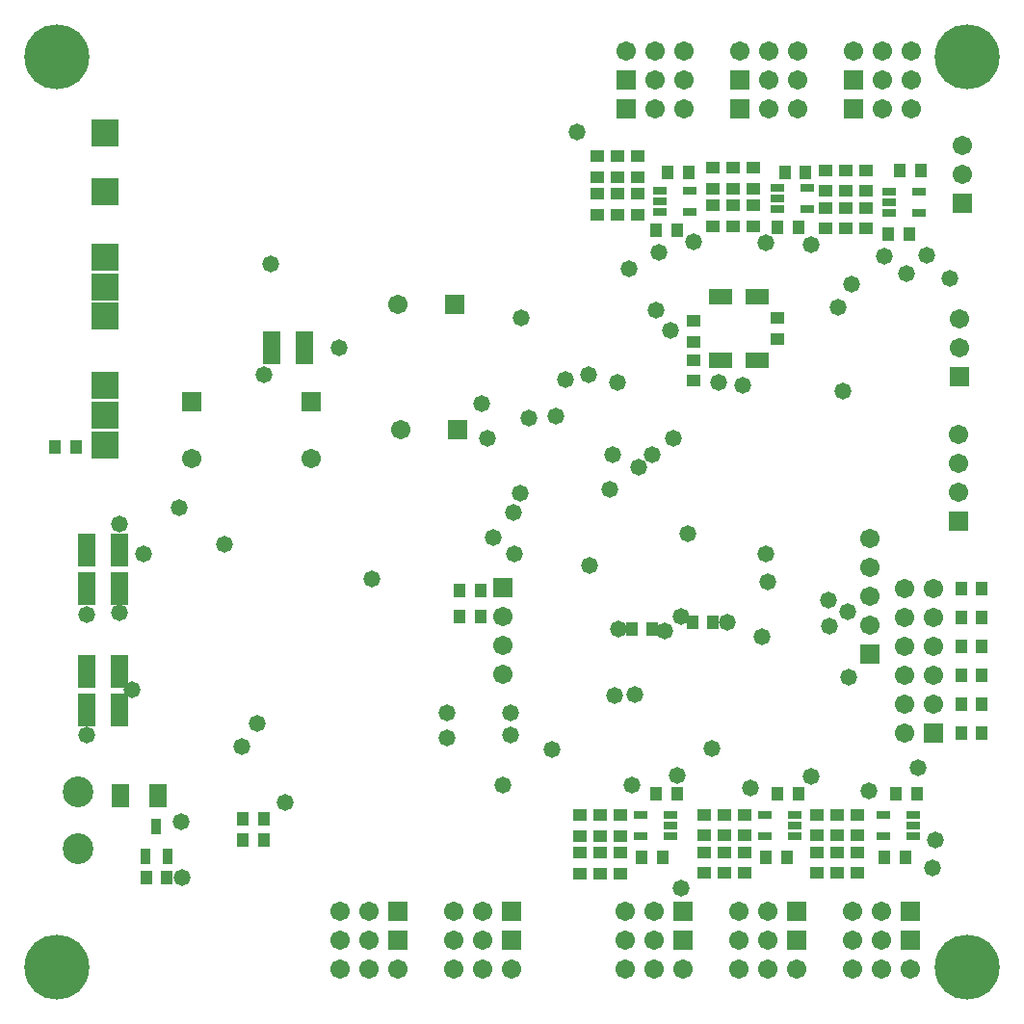
<source format=gbs>
%FSLAX25Y25*%
%MOIN*%
G70*
G01*
G75*
G04 Layer_Color=16711935*
%ADD10R,0.03740X0.03150*%
%ADD11C,0.02500*%
%ADD12R,0.03150X0.03740*%
%ADD13R,0.18000X0.12598*%
%ADD14R,0.05118X0.02756*%
%ADD15R,0.02559X0.04724*%
%ADD16O,0.09449X0.02362*%
%ADD17R,0.09449X0.02362*%
%ADD18R,0.28740X0.10433*%
%ADD19R,0.04921X0.06299*%
%ADD20R,0.05500X0.07600*%
%ADD21R,0.05118X0.10630*%
%ADD22R,0.06299X0.06299*%
%ADD23R,0.04724X0.02559*%
%ADD24R,0.15748X0.21654*%
%ADD25R,0.06299X0.04921*%
%ADD26R,0.10000X0.07000*%
%ADD27R,0.06299X0.06299*%
%ADD28R,0.05906X0.01300*%
%ADD29R,0.01300X0.05906*%
%ADD30R,0.10039X0.12992*%
%ADD31R,0.10039X0.03740*%
%ADD32R,0.09000X0.22000*%
%ADD33O,0.02362X0.08661*%
%ADD34R,0.02362X0.08661*%
%ADD35C,0.01000*%
%ADD36C,0.02000*%
%ADD37C,0.03000*%
%ADD38C,0.06000*%
%ADD39C,0.05906*%
%ADD40R,0.05906X0.05906*%
%ADD41C,0.09843*%
%ADD42R,0.08400X0.08400*%
%ADD43R,0.05906X0.05906*%
%ADD44C,0.21654*%
%ADD45C,0.05000*%
%ADD46R,0.07500X0.05000*%
%ADD47R,0.04724X0.02165*%
%ADD48C,0.00787*%
%ADD49C,0.00984*%
%ADD50C,0.00800*%
%ADD51C,0.00394*%
%ADD52C,0.00591*%
%ADD53R,0.04540X0.03950*%
%ADD54C,0.03300*%
%ADD55R,0.03950X0.04540*%
%ADD56R,0.18800X0.13398*%
%ADD57R,0.05918X0.03556*%
%ADD58R,0.03359X0.05524*%
%ADD59O,0.10249X0.03162*%
%ADD60R,0.10249X0.03162*%
%ADD61R,0.29540X0.11233*%
%ADD62R,0.05721X0.07099*%
%ADD63R,0.06300X0.08400*%
%ADD64R,0.05918X0.11430*%
%ADD65R,0.07099X0.07099*%
%ADD66R,0.05524X0.03359*%
%ADD67R,0.16548X0.22453*%
%ADD68R,0.07099X0.05721*%
%ADD69R,0.10800X0.07800*%
%ADD70R,0.07099X0.07099*%
%ADD71R,0.06506X0.01900*%
%ADD72R,0.01900X0.06506*%
%ADD73R,0.10839X0.13792*%
%ADD74R,0.10839X0.04540*%
%ADD75R,0.09800X0.22800*%
%ADD76O,0.03162X0.09461*%
%ADD77R,0.03162X0.09461*%
%ADD78C,0.06706*%
%ADD79R,0.06706X0.06706*%
%ADD80C,0.10642*%
%ADD81R,0.09200X0.09200*%
%ADD82R,0.06706X0.06706*%
%ADD83C,0.22453*%
%ADD84C,0.05800*%
%ADD85R,0.08300X0.05800*%
%ADD86R,0.05118X0.02559*%
D53*
X-94500Y698543D02*
D03*
Y691457D02*
D03*
Y677957D02*
D03*
Y685043D02*
D03*
X-65500Y699543D02*
D03*
Y692457D02*
D03*
X-134000Y520476D02*
D03*
Y527563D02*
D03*
Y507476D02*
D03*
Y514563D02*
D03*
X-127000Y520476D02*
D03*
Y527563D02*
D03*
Y507476D02*
D03*
Y514563D02*
D03*
X-120000Y507476D02*
D03*
Y514563D02*
D03*
Y520476D02*
D03*
Y527563D02*
D03*
X-38110Y520563D02*
D03*
Y527650D02*
D03*
X-52110Y520563D02*
D03*
Y527650D02*
D03*
X-38110Y507563D02*
D03*
Y514650D02*
D03*
X-45110Y520563D02*
D03*
Y527650D02*
D03*
Y507563D02*
D03*
Y514650D02*
D03*
X-52110Y507563D02*
D03*
Y514650D02*
D03*
X-77110Y520563D02*
D03*
Y527650D02*
D03*
Y507563D02*
D03*
Y514650D02*
D03*
X-91110Y520563D02*
D03*
Y527650D02*
D03*
X-84110Y520563D02*
D03*
Y527650D02*
D03*
X-91110Y507563D02*
D03*
Y514650D02*
D03*
X-84110Y507563D02*
D03*
Y514650D02*
D03*
X-49110Y737650D02*
D03*
Y730563D02*
D03*
X-42110Y737650D02*
D03*
Y730563D02*
D03*
X-35110Y750650D02*
D03*
Y743563D02*
D03*
X-49110Y750650D02*
D03*
Y743563D02*
D03*
X-42110Y750650D02*
D03*
Y743563D02*
D03*
X-35110Y737650D02*
D03*
Y730563D02*
D03*
X-121000Y742563D02*
D03*
Y735476D02*
D03*
X-128000Y742563D02*
D03*
Y735476D02*
D03*
X-114000Y755563D02*
D03*
Y748476D02*
D03*
X-121000Y755563D02*
D03*
Y748476D02*
D03*
X-128000Y755563D02*
D03*
Y748476D02*
D03*
X-114000Y742563D02*
D03*
Y735476D02*
D03*
X-81000Y751563D02*
D03*
Y744476D02*
D03*
X-88000Y751563D02*
D03*
Y744476D02*
D03*
X-74000Y738563D02*
D03*
Y731476D02*
D03*
X-81000Y738563D02*
D03*
Y731476D02*
D03*
X-88000Y738563D02*
D03*
Y731476D02*
D03*
X-74000Y751563D02*
D03*
Y744476D02*
D03*
D55*
X-95043Y594500D02*
D03*
X-87957D02*
D03*
X-116043Y592000D02*
D03*
X-108957D02*
D03*
X-168457Y605500D02*
D03*
X-175543D02*
D03*
X-168457Y596500D02*
D03*
X-175543D02*
D03*
X-2043Y606000D02*
D03*
X5043D02*
D03*
X-2087Y566000D02*
D03*
X5000D02*
D03*
X-2087Y576000D02*
D03*
X5000D02*
D03*
X-2087Y586000D02*
D03*
X5000D02*
D03*
X-2087Y596000D02*
D03*
X5000D02*
D03*
X-2087Y556000D02*
D03*
X5000D02*
D03*
X-243457Y519000D02*
D03*
X-250543D02*
D03*
X-250543Y526500D02*
D03*
X-243457D02*
D03*
X-276957Y506000D02*
D03*
X-284043D02*
D03*
X-308457Y655000D02*
D03*
X-315543D02*
D03*
X-100457Y535020D02*
D03*
X-107543D02*
D03*
X-112543Y513020D02*
D03*
X-105457D02*
D03*
X-17457Y535020D02*
D03*
X-24543D02*
D03*
X-21457Y513020D02*
D03*
X-28543D02*
D03*
X-69543D02*
D03*
X-62457D02*
D03*
X-58457Y535020D02*
D03*
X-65543D02*
D03*
X-16067Y750606D02*
D03*
X-23154D02*
D03*
X-27154Y728606D02*
D03*
X-20067D02*
D03*
X-96457Y750020D02*
D03*
X-103543D02*
D03*
X-107543Y730020D02*
D03*
X-100457D02*
D03*
X-55957Y750020D02*
D03*
X-63043D02*
D03*
X-65543Y731020D02*
D03*
X-58457D02*
D03*
D58*
X-284240Y513276D02*
D03*
X-276760D02*
D03*
X-280500Y523724D02*
D03*
D63*
X-292975Y534500D02*
D03*
X-280025D02*
D03*
D64*
X-293291Y606000D02*
D03*
X-304709D02*
D03*
X-293291Y619500D02*
D03*
X-304709D02*
D03*
X-293291Y577500D02*
D03*
X-304709D02*
D03*
X-293291Y564000D02*
D03*
X-304709D02*
D03*
X-229213Y689405D02*
D03*
X-240630D02*
D03*
D78*
X-160500Y576500D02*
D03*
Y586500D02*
D03*
Y596500D02*
D03*
X-2500Y689500D02*
D03*
Y699500D02*
D03*
X-11500Y566000D02*
D03*
Y576000D02*
D03*
Y586000D02*
D03*
Y596000D02*
D03*
Y606000D02*
D03*
X-21500Y556000D02*
D03*
Y566000D02*
D03*
Y576000D02*
D03*
Y586000D02*
D03*
Y596000D02*
D03*
Y606000D02*
D03*
X-195964Y660906D02*
D03*
X-226921Y650863D02*
D03*
X-268421D02*
D03*
X-196964Y704405D02*
D03*
X-58740Y772106D02*
D03*
X-68740D02*
D03*
X-98110D02*
D03*
X-108110D02*
D03*
X-39685Y494319D02*
D03*
X-29685D02*
D03*
X-216850D02*
D03*
X-206850D02*
D03*
X-177480D02*
D03*
X-167480D02*
D03*
X-118425D02*
D03*
X-108425D02*
D03*
X-79055D02*
D03*
X-69055D02*
D03*
X-118425Y474319D02*
D03*
X-108425D02*
D03*
X-98425D02*
D03*
X-118425Y484319D02*
D03*
X-108425D02*
D03*
X-79055Y474319D02*
D03*
X-69055D02*
D03*
X-59055D02*
D03*
X-79055Y484319D02*
D03*
X-69055D02*
D03*
X-39685Y474319D02*
D03*
X-29685D02*
D03*
X-19685D02*
D03*
X-39685Y484319D02*
D03*
X-29685D02*
D03*
X-19370Y792106D02*
D03*
X-29370D02*
D03*
X-39370D02*
D03*
X-19370Y782106D02*
D03*
X-29370D02*
D03*
X-58740Y792106D02*
D03*
X-68740D02*
D03*
X-78740D02*
D03*
X-58740Y782106D02*
D03*
X-68740D02*
D03*
X-98110Y792106D02*
D03*
X-108110D02*
D03*
X-118110D02*
D03*
X-98110Y782106D02*
D03*
X-108110D02*
D03*
X-216850Y474319D02*
D03*
X-206850D02*
D03*
X-196850D02*
D03*
X-216850Y484319D02*
D03*
X-206850D02*
D03*
X-177480Y474319D02*
D03*
X-167480D02*
D03*
X-157480D02*
D03*
X-177480Y484319D02*
D03*
X-167480D02*
D03*
X-19370Y772106D02*
D03*
X-29370D02*
D03*
X-2910Y639406D02*
D03*
Y649406D02*
D03*
Y659406D02*
D03*
X-1500Y759500D02*
D03*
Y749500D02*
D03*
X-33500Y593500D02*
D03*
Y603500D02*
D03*
Y613500D02*
D03*
Y623500D02*
D03*
D79*
X-160500Y606500D02*
D03*
X-2500Y679500D02*
D03*
X-11500Y556000D02*
D03*
X-226921Y670548D02*
D03*
X-268421D02*
D03*
X-2910Y629406D02*
D03*
X-1500Y739500D02*
D03*
X-33500Y583500D02*
D03*
D80*
X-307500Y535843D02*
D03*
Y516157D02*
D03*
D81*
X-298421Y700206D02*
D03*
Y720606D02*
D03*
Y710405D02*
D03*
X-298421Y763605D02*
D03*
Y743205D02*
D03*
X-298421Y666000D02*
D03*
Y676200D02*
D03*
Y655800D02*
D03*
D82*
X-176279Y660906D02*
D03*
X-177279Y704405D02*
D03*
X-78740Y772106D02*
D03*
X-118110D02*
D03*
X-19685Y494319D02*
D03*
X-196850D02*
D03*
X-157480D02*
D03*
X-98425D02*
D03*
X-59055D02*
D03*
X-98425Y484319D02*
D03*
X-59055D02*
D03*
X-19685D02*
D03*
X-39370Y782106D02*
D03*
X-78740D02*
D03*
X-118110D02*
D03*
X-196850Y484319D02*
D03*
X-157480D02*
D03*
X-39370Y772106D02*
D03*
D83*
X0Y475020D02*
D03*
X-314961D02*
D03*
Y789980D02*
D03*
X0D02*
D03*
D84*
X-160520Y538020D02*
D03*
X-154700Y639100D02*
D03*
X-180000Y563100D02*
D03*
X-158000Y562900D02*
D03*
X-180000Y554400D02*
D03*
X-158100Y555200D02*
D03*
X-206000Y609500D02*
D03*
X-168000Y670000D02*
D03*
X-40000Y711500D02*
D03*
X-43000Y674500D02*
D03*
X-117000Y716715D02*
D03*
X-135000Y764000D02*
D03*
X-44500Y703500D02*
D03*
X-130500Y614000D02*
D03*
X-41425Y597925D02*
D03*
X-48000Y602000D02*
D03*
X-47500Y593000D02*
D03*
X-143500Y550500D02*
D03*
X-88445Y550555D02*
D03*
X-11000Y519000D02*
D03*
X-99000Y502500D02*
D03*
X-12000Y509500D02*
D03*
X-41000Y575500D02*
D03*
X-83000Y594500D02*
D03*
X-99000Y596500D02*
D03*
X-120500Y592000D02*
D03*
X-104500Y591500D02*
D03*
X-69500Y618000D02*
D03*
X-69000Y608500D02*
D03*
X-166000Y658000D02*
D03*
X-139000Y678500D02*
D03*
X-142217Y665717D02*
D03*
X-71000Y589500D02*
D03*
X-151500Y665000D02*
D03*
X-156500Y618000D02*
D03*
X-157000Y632500D02*
D03*
X-122000Y569000D02*
D03*
X-115000Y569500D02*
D03*
X-123500Y640500D02*
D03*
X-236000Y532000D02*
D03*
X-101500Y658000D02*
D03*
X-109000Y652500D02*
D03*
X-113500Y648000D02*
D03*
X-122500Y652500D02*
D03*
X-131000Y680000D02*
D03*
X-107500Y702500D02*
D03*
X-121000Y677500D02*
D03*
X-102500Y695500D02*
D03*
X-6000Y713500D02*
D03*
X-21000Y715000D02*
D03*
X-14000Y721500D02*
D03*
X-54000Y725000D02*
D03*
X-86000Y677500D02*
D03*
X-77500Y676500D02*
D03*
X-94500Y726000D02*
D03*
X-28500Y721000D02*
D03*
X-69500Y725563D02*
D03*
X-106500Y722500D02*
D03*
X-272000Y525500D02*
D03*
X-271500Y506000D02*
D03*
X-272500Y634000D02*
D03*
X-285000Y618000D02*
D03*
X-293291Y628291D02*
D03*
X-304709Y597000D02*
D03*
X-293291Y597791D02*
D03*
X-257000Y621500D02*
D03*
X-251000Y551500D02*
D03*
X-245500Y559500D02*
D03*
X-304709Y555209D02*
D03*
X-289000Y571000D02*
D03*
X-243421Y679906D02*
D03*
X-240921Y718405D02*
D03*
X-217421Y689405D02*
D03*
X-100457Y541476D02*
D03*
X-116000Y538020D02*
D03*
X-17000Y544020D02*
D03*
X-34000Y536020D02*
D03*
X-54000Y541020D02*
D03*
X-75000Y537020D02*
D03*
X-154400Y699600D02*
D03*
X-163900Y623600D02*
D03*
X-96600Y625000D02*
D03*
D85*
X-85250Y707000D02*
D03*
Y685000D02*
D03*
X-72750Y707000D02*
D03*
Y685000D02*
D03*
D86*
X-102776Y520280D02*
D03*
Y524020D02*
D03*
Y527760D02*
D03*
X-113118Y520280D02*
D03*
Y527760D02*
D03*
X-18776Y520280D02*
D03*
Y524020D02*
D03*
Y527760D02*
D03*
X-29118Y520280D02*
D03*
Y527760D02*
D03*
X-59776Y520280D02*
D03*
Y524020D02*
D03*
Y527760D02*
D03*
X-70118Y520280D02*
D03*
Y527760D02*
D03*
X-26835Y743346D02*
D03*
Y739606D02*
D03*
Y735866D02*
D03*
X-16492Y743346D02*
D03*
Y735866D02*
D03*
X-106224Y743760D02*
D03*
Y740020D02*
D03*
Y736279D02*
D03*
X-95882Y743760D02*
D03*
Y736279D02*
D03*
X-65724Y744760D02*
D03*
Y741020D02*
D03*
Y737280D02*
D03*
X-55382Y744760D02*
D03*
Y737280D02*
D03*
M02*

</source>
